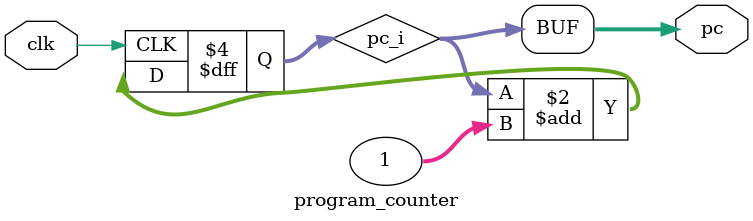
<source format=v>
module program_counter(pc,clk);
output [31:0] pc;
reg [31:0] pc_i;
input clk;
initial begin
    pc_i <= 0;
end
always @(posedge clk ) begin
    pc_i <= pc_i + 1;
    $display("pc=%d",pc_i);
end

assign pc = pc_i;

endmodule
</source>
